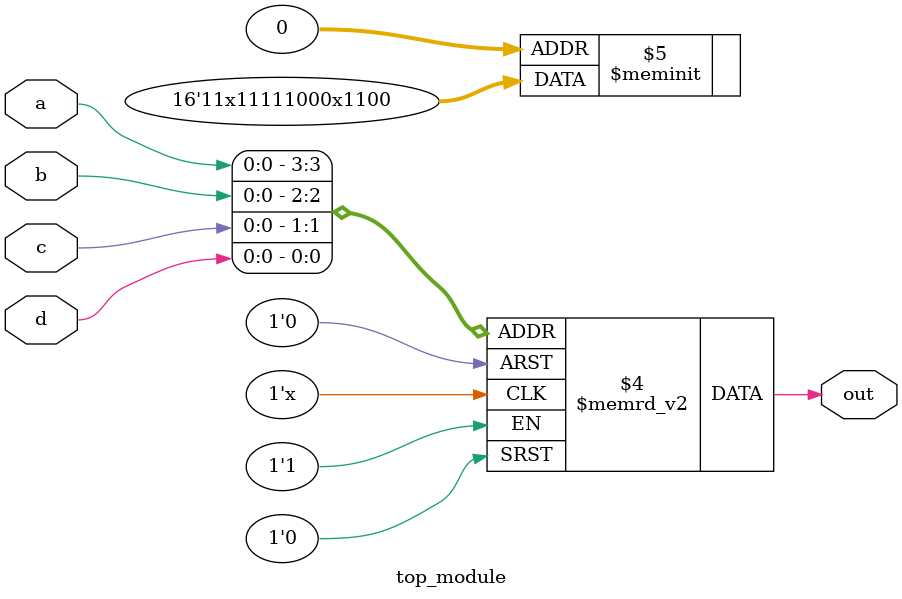
<source format=sv>
module top_module (
    input a,
    input b,
    input c,
    input d,
    output reg out
);
    
always @(*)
    case ({a, b, c, d})
        4'b0000: out = 1'b0;
        4'b0001: out = 1'b0;
        4'b0010: out = 1'b1;
        4'b0011: out = 1'b1;
        4'b0100: out = 1'bx;
        4'b0101: out = 1'b0;
        4'b0110: out = 1'b0;
        4'b0111: out = 1'b0;
        4'b1100: out = 1'b1;
        4'b1101: out = 1'bx;
        4'b1110: out = 1'b1;
        4'b1111: out = 1'b1;
        default: out = 1'b1;
    endcase

endmodule

</source>
